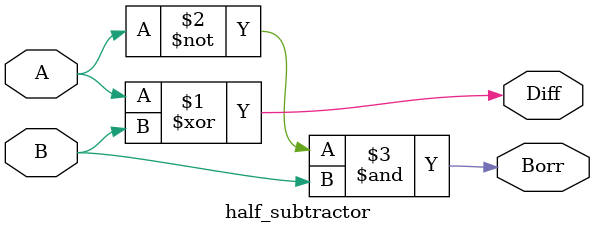
<source format=v>
module half_subtractor (
    input A,          // Minuend (input bit)
    input B,          // Subtrahend (input bit)
    output Diff,      // Difference output
    output Borr       // Borrow output
);

    assign Diff = A ^ B;           // Difference is A XOR B
    assign Borr = ~A & B;          // Borrow is A' AND B

endmodule

</source>
